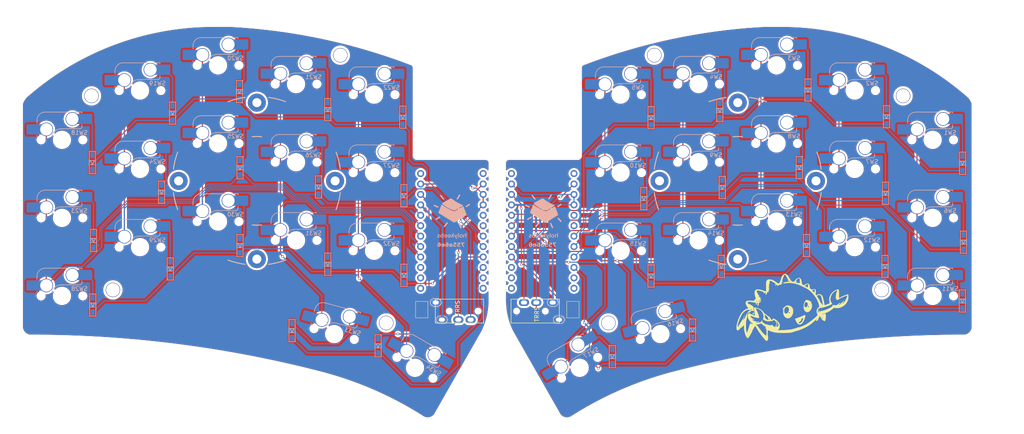
<source format=kicad_pcb>
(kicad_pcb (version 20240108) (generator "pcbnew") (generator_version "8.0")
  (title_block (title "sweeq mx") (date "2023-09-06") (rev ".2") (company "idank"))
  (layers (0 "F.Cu" signal) (31 "B.Cu" signal) (34 "B.Paste" user) (35 "F.Paste" user) (36 "B.SilkS" user "B.Silkscreen") (37 "F.SilkS" user "F.Silkscreen") (38 "B.Mask" user) (39 "F.Mask" user) (44 "Edge.Cuts" user))
  (net 0 "")
  (net 1 "row0")
  (net 2 "row1")
  (net 3 "Net-(D1-A)")
  (net 4 "row2")
  (net 5 "Net-(D2-A)")
  (net 6 "row3")
  (net 7 "Net-(D3-A)")
  (net 8 "Net-(D4-A)")
  (net 9 "Net-(D5-A)")
  (net 10 "row0_l")
  (net 11 "Net-(D6-A)")
  (net 12 "Net-(D7-A)")
  (net 13 "Net-(D8-A)")
  (net 14 "Net-(D9-A)")
  (net 15 "Net-(D10-A)")
  (net 16 "Net-(D11-A)")
  (net 17 "row1_l")
  (net 18 "Net-(D12-A)")
  (net 19 "Net-(D13-A)")
  (net 20 "Net-(D14-A)")
  (net 21 "Net-(D15-A)")
  (net 22 "Net-(D16-A)")
  (net 23 "GND")
  (net 24 "VCC")
  (net 25 "col0")
  (net 26 "col1")
  (net 27 "col2")
  (net 28 "col3")
  (net 29 "col4")
  (net 30 "Net-(D17-A)")
  (net 31 "data")
  (net 32 "reset")
  (net 33 "row2_l")
  (net 34 "Net-(D18-A)")
  (net 35 "Net-(D19-A)")
  (net 36 "Net-(D20-A)")
  (net 37 "Net-(D21-A)")
  (net 38 "Net-(D22-A)")
  (net 39 "Net-(D23-A)")
  (net 40 "Net-(D24-A)")
  (net 41 "Net-(D25-A)")
  (net 42 "Net-(D26-A)")
  (net 43 "Net-(D27-A)")
  (net 44 "Net-(D28-A)")
  (net 45 "Net-(D29-A)")
  (net 46 "row3_l")
  (net 47 "Net-(D30-A)")
  (net 48 "Net-(D31-A)")
  (net 49 "Net-(D32-A)")
  (net 50 "Net-(D33-A)")
  (net 51 "Net-(D34-A)")
  (net 54 "data_l")
  (net 55 "reset_l")
  (net 56 "col0_l")
  (net 57 "col1_l")
  (net 58 "col2_l")
  (net 59 "col3_l")
  (net 60 "col4_l")
  (net 79 "VCC_l")
  (net 80 "GND_l")
  (footprint "holykeebs:footprint (4)" (layer "F.Cu") (at 211.449233 94.075962)
    (property "Reference" "G***" (hide yes))
    (property "Value" "LOGO" (hide yes))
  )
  (footprint "holykeebs:M2_SPACER" (layer "F.Cu") (at 101.66177 32.560305)
    (property "Reference" "Mounting 01" (hide yes))
    (property "Value" "M2_SPACER" (hide yes))
  )
  (footprint "kbd:MJ-4PP-9_1side" (layer "F.Cu") (at 143.079233 94.875962 90)
    (property "Reference" "J1")
    (property "Value" "MJ-4PP-9" (hide yes))
  )
  (footprint "holykeebs:M2_SPACER" (layer "F.Cu") (at 46.28977 89.710305)
    (property "Reference" "Mounting 03" (hide yes))
    (property "Value" "M2_SPACER" (hide yes))
  )
  (footprint "kbd:Tenting_Puck2" (layer "F.Cu") (at 198.42977 63.167305)
    (property "Reference" "REF**")
    (property "Value" "Tenting Puck")
  )
  (footprint "holykeebs:M2_SPACER" (layer "F.Cu") (at 238.68877 42.466305)
    (property "Reference" "Mounting 04" (hide yes))
    (property "Value" "M2_SPACER" (hide yes))
  )
  (footprint "holykeebs:RSW_2PIN_SMD" (layer "F.Cu") (at 121.48154 94.51 -90)
    (property "Reference" "RSW2" (hide yes))
    (property "Value" "SW_PUSH" (hide yes))
  )
  (footprint "holykeebs:M2_SPACER" (layer "F.Cu") (at 178.10977 32.560305)
    (property "Reference" "Mounting 01" (hide yes))
    (property "Value" "M2_SPACER" (hide yes))
  )
  (footprint "holykeebs:M2_SPACER" (layer "F.Cu") (at 166.94154 97.76)
    (property "Reference" "Mounting 02" (hide yes))
    (property "Value" "M2_SPACER" (hide yes))
  )
  (footprint "kbd:Tenting_Puck2" (layer "F.Cu") (at 81.34177 63.167305)
    (property "Reference" "REF**")
    (property "Value" "Tenting Puck")
  )
  (footprint "holykeebs:ProMicro_1mm_holes" (layer "F.Cu") (at 150.943028 75.861452)
    (property "Reference" "U1" (hide yes))
    (property "Value" "ProMicro" (hide yes))
  )
  (footprint "holykeebs:M2_SPACER" (layer "F.Cu") (at 112.83 97.76)
    (property "Reference" "Mounting 02" (hide yes))
    (property "Value" "M2_SPACER" (hide yes))
  )
  (footprint "kbd:MJ-4PP-9_1side" (layer "F.Cu") (at 136.688512 94.871452 -90)
    (property "Reference" "J2")
    (property "Value" "MJ-4PP-9" (hide yes))
  )
  (footprint "holykeebs:RSW_2PIN_SMD" (layer "F.Cu") (at 158.29 94.51 -90)
    (property "Reference" "RSW1" (hide yes))
    (property "Value" "SW_PUSH" (hide yes))
  )
  (footprint "holykeebs:M2_SPACER" (layer "F.Cu") (at 41.08277 42.466305)
    (property "Reference" "Mounting 04" (hide yes))
    (property "Value" "M2_SPACER" (hide yes))
  )
  (footprint "holykeebs:footprint (4)" (layer "F.Cu") (at 211.449233 94.075962)
    (property "Reference" "G***")
    (property "Value" "LOGO" (hide yes))
  )
  (footprint "holykeebs:ProMicro_1mm_holes" (layer "F.Cu") (at 128.828512 75.861452)
    (property "Reference" "U2" (hide yes))
    (property "Value" "ProMicro" (hide yes))
  )
  (footprint "holykeebs:M2_SPACER" (layer "F.Cu") (at 233.48177 89.710305)
    (property "Reference" "Mounting 03" (hide yes))
    (property "Value" "M2_SPACER" (hide yes))
  )
  (footprint "kbd:D3_SMD_v2" (layer "B.Cu") (at 58.13777 65.914305 90)
    (property "Reference" "D24" (hide yes))
    (property "Value" "D" (hide yes))
  )
  (footprint "PCM_marbastlib-mx:SW_MX_HS_CPG151101S11_1u" (layer "B.Cu") (at 207.88577 73.068305 180)
    (property "Reference" "SW13")
    (property "Value" "SW_PUSH")
  )
  (footprint "kbd:D3_SMD_v2" (layer "B.Cu") (at 98.60777 45.824305 90)
    (property "Reference" "D21" (hide yes))
    (property "Value" "D" (hide yes))
  )
  (footprint "kbd:D3_SMD_v2" (layer "B.Cu") (at 167.89 105.96 90)
    (property "Reference" "D17" (hide yes))
    (property "Value" "D" (hide yes))
  )
  (footprint "PCM_marbastlib-mx:SW_MX_HS_CPG151101S11_1u" (layer "B.Cu") (at 188.88577 77.640305 180)
    (property "Reference" "SW14")
    (property "Value" "SW_PUSH")
  )
  (footprint "kbd:D3_SMD_v2" (layer "B.Cu") (at 117.14777 86.154305 90)
    (property "Reference" "D32" (hide yes))
    (property "Value" "D" (hide yes))
  )
  (footprint "PCM_marbastlib-mx:SW_MX_HS_CPG151101S11_1u" (layer "B.Cu") (at 226.88577 41.172305 180)
    (property "Reference" "SW2")
    (property "Value" "SW_PUSH")
  )
  (footprint "kbd:D3_SMD_v2" (layer "B.Cu") (at 41.57777 77.664305 90)
    (property "Reference" "D23" (hide yes))
    (property "Value" "D" (hide yes))
  )
  (footprint "PCM_marbastlib-mx:SW_MX_HS_CPG151101S11_1u" (layer "B.Cu") (at 52.89377 79.296305 180)
    (property "Reference" "SW29")
    (property "Value" "SW_PUSH")
  )
  (footprint "kbd:D3_SMD_v2" (layer "B.Cu") (at 215.529233 41.055962 90)
    (property "Reference" "D3" (hide yes))
    (property "Value" "D" (hide yes))
  )
  (footprint "kbd:D3_SMD_v2" (layer "B.Cu") (at 98.60777 83.464305 90)
    (property "Reference" "D31" (hide yes))
    (property "Value" "D" (hide yes))
  )
  (footprint "PCM_marbastlib-mx:SW_MX_HS_CPG151101S11_1u" (layer "B.Cu") (at 119.83577 108.676305 150)
    (property "Reference" "SW34")
    (property "Value" "SW_PUSH")
  )
  (footprint "kbd:D3_SMD_v2" (layer "B.Cu") (at 177.319233 86.335962 90)
    (property "Reference" "D15" (hide yes))
    (property "Value" "D" (hide yes))
  )
  (footprint "kbd:D3_SMD_v2" (layer "B.Cu") (at 41.28777 58.704305 90)
    (property "Reference" "D18" (hide yes))
    (property "Value" "D" (hide yes))
  )
  (footprint "kbd:D3_SMD_v2" (layer "B.Cu") (at 77.23777 78.934305 90)
    (property "Reference" "D30" (hide yes))
    (property "Value" "D" (hide yes))
  )
  (footprint "PCM_marbastlib-mx:SW_MX_HS_CPG151101S11_1u" (layer "B.Cu") (at 52.88577 60.246305 180)
    (property "Reference" "SW24")
    (property "Value" "SW_PUSH")
  )
  (footprint "PCM_marbastlib-mx:SW_MX_HS_CPG151101S11_1u" (layer "B.Cu") (at 245.88577 72.172305 180)
    (property "Reference" "SW6")
    (property "Value" "SW_PUSH")
  )
  (footprint "holykeebs:logo .5x" (layer "B.Cu") (at 151.103316 71.454076 180)
    (property "Reference" "REF**" (hide yes))
    (property "Value" "logo big" (hide yes))
  )
  (footprint "PCM_marbastlib-mx:SW_MX_HS_CPG151101S11_1u" (layer "B.Cu") (at 100.15777 100.460305 165)
    (property "Reference" "SW33")
    (property "Value" "SW_PUSH")
  )
  (footprint "kbd:D3_SMD_v2" (layer "B.Cu") (at 116.86777 47.664305 90)
    (property "Reference" "D22" (hide yes))
    (property "Value" "D" (hide yes))
  )
  (footprint "kbd:D3_SMD_v2" (layer "B.Cu") (at 175.549233 67.465962 90)
    (property "Reference" "D10" (hide yes))
    (property "Value" "D" (hide yes))
  )
  (footprint "PCM_marbastlib-mx:SW_MX_HS_CPG151101S11_1u" (layer "B.Cu") (at 159.93577 108.676305 -150)
    (property "Reference" "SW17")
    (property "Value" "SW_PUSH")
  )
  (footprint "kbd:D3_SMD_v2" (layer "B.Cu") (at 215.169233 78.905962 90)
    (property "Reference" "D13" (hide yes))
    (property "Value" "D" (hide yes))
  )
  (footprint "PCM_marbastlib-mx:SW_MX_HS_CPG151101S11_1u" (layer "B.Cu") (at 71.88577 35.032305 180)
    (property "Reference" "SW20")
    (property "Value" "SW_PUSH")
  )
  (footprint "kbd:D3_SMD_v2" (layer "B.Cu") (at 234.279233 83.985962 90)
    (property "Reference" "D12" (hide yes))
    (property "Value" "D" (hide yes))
  )
  (footprint "kbd:D3_SMD_v2" (layer "B.Cu") (at 41.39 93.39 90)
    (property "Reference" "D28" (hide yes))
    (property "Value" "D" (hide yes))
  )
  (footprint "PCM_marbastlib-mx:SW_MX_HS_CPG151101S11_1u" (layer "B.Cu") (at 52.88577 41.172305 180)
    (property "Reference" "SW19")
    (property "Value" "SW_PUSH")
  )
  (footprint "kbd:D3_SMD_v2" (layer "B.Cu") (at 60.81777 46.674305 90)
    (property "Reference" "D19" (hide yes))
    (property "Value" "D" (hide yes))
  )
  (footprint "kbd:D3_SMD_v2" (layer "B.Cu") (at 194.649233 64.755962 90)
    (property "Reference" "D9" (hide yes))
    (property "Value" "D" (hide yes))
  )
  (footprint "PCM_marbastlib-mx:SW_MX_HS_CPG151101S11_1u" (layer "B.Cu") (at 179.61377 100.460305 -165)
    (property "Reference" "SW16")
    (property "Value" "SW_PUSH")
  )
  (footprint "kbd:D3_SMD_v2" (layer "B.Cu") (at 194.059233 46.005962 90)
    (property "Reference" "D4" (hide yes))
    (property "Value" "D" (hide yes))
  )
  (footprint "kbd:D3_SMD_v2" (layer "B.Cu") (at 234.629233 47.535962 90)
    (property "Reference" "D2" (hide yes))
    (property "Value" "D" (hide yes))
  )
  (footprint "kbd:D3_SMD_v2" (layer "B.Cu") (at 234.399233 66.175962 90)
    (property "Reference" "D7" (hide yes))
    (property "Value" "D" (hide yes))
  )
  (footprint "kbd:D3_SMD_v2" (layer "B.Cu") (at 187.41 99.47 90)
    (property "Reference" "D16" (hide yes))
    (property "Value" "D" (hide yes))
  )
  (footprint "kbd:D3_SMD_v2" (layer "B.Cu") (at 110.87 103.32 90)
    (property "Reference" "D34" (hide yes))
    (property "Value" "D" (hide yes))
  )
  (footprint "PCM_marbastlib-mx:SW_MX_HS_CPG151101S11_1u" (layer "B.Cu") (at 226.88577 60.246305 180)
    (property "Reference" "SW7")
    (property "Value" "SW_PUSH")
  )
  (footprint "PCM_marbastlib-mx:SW_MX_HS_CPG151101S11_1u" (layer "B.Cu") (at 90.88577 58.622305 180)
    (property "Reference" "SW26")
    (property "Value" "SW_PUSH")
  )
  (footprint "PCM_marbastlib-mx:SW_MX_HS_CPG151101S11_1u" (layer "B.Cu") (at 33.88577 72.172305 180)
    (property "Reference" "SW23")
    (property "Value" "SW_PUSH")
  )
  (footprint "PCM_marbastlib-mx:SW_MX_HS_CPG151101S11_1u" (layer "B.Cu") (at 33.88577 91.172305 180)
    (property "Reference" "SW28")
    (property "Value" "SW_PUSH")
  )
  (footprint "kbd:D3_SMD_v2" (layer "B.Cu") (at 77.09777 41.434305 90)
    (property "Reference" "D20" (hide yes))
    (property "Value" "D" (hide yes))
  )
  (footprint "PCM_marbastlib-mx:SW_MX_HS_CPG151101S11_1u" (layer "B.Cu") (at 33.88577 53.172305 180)
    (property "Reference" "SW18")
    (property "Value" "SW_PUSH")
  )
  (footprint "PCM_marbastlib-mx:SW_MX_HS_CPG151101S11_1u" (layer "B.Cu") (at 188.88577 58.622305 180)
    (property "Reference" "SW9")
    (property "Value" "SW_PUSH")
  )
  (footprint "kbd:D3_SMD_v2" (layer "B.Cu") (at 60.25777 84.604305 90)
    (property "Reference" "D29" (hide yes))
    (property "Value" "D" (hide yes))
  )
  (footprint "PCM_marbastlib-mx:SW_MX_HS_CPG151101S11_1u" (layer "B.Cu") (at 169.88577 42.172305 180)
    (property "Reference" "SW5")
    (property "Value" "SW_PUSH")
  )
  (footprint "PCM_marbastlib-mx:SW_MX_HS_CPG151101S11_1u" (layer "B.Cu") (at 109.86577 80.180305 180)
    (property "Reference" "SW32")
    (property "Value" "SW_PUSH")
  )
  (footprint "PCM_marbastlib-mx:SW_MX_HS_CPG151101S11_1u" (layer "B.Cu") (at 71.88577 73.068305 180)
    (property "Reference" "SW30")
    (property "Value" "SW_PUSH")
  )
  (footprint "PCM_marbastlib-mx:SW_MX_HS_CPG151101S11_1u" (layer "B.Cu") (at 245.88577 91.172305 180)
    (property "Reference" "SW11")
    (property "Value" "SW_PUSH")
  )
  (footprint "PCM_marbastlib-mx:SW_MX_HS_CPG151101S11_1u" (layer "B.Cu") (at 90.88577 77.640305 180)
    (property "Reference" "SW31")
    (property "Value" "SW_PUSH")
  )
  (footprint "kbd:D3_SMD_v2" (layer "B.Cu") (at 194.419233 83.985962 90)
    (property "Reference" "D14" (hide yes))
    (property "Value" "D" (hide yes))
  )
  (footprint "kbd:D3_SMD_v2" (layer "B.Cu") (at 213.399233 59.925962 90)
    (property "Reference" "D8" (hide yes))
    (property "Value" "D" (hide yes))
  )
  (footprint "holykeebs:logo .5x" (layer "B.Cu") (at 128.803316 71.454076 180)
    (property "Reference" "REF**" (hide yes))
    (property "Value" "logo big" (hide yes))
  )
  (footprint "kbd:D3_SMD_v2" (layer "B.Cu") (at 89.92 99.62 90)
    (property "Reference" "D33" (hide yes))
    (property "Value" "D" (hide yes))
  )
  (footprint "PCM_marbastlib-mx:SW_MX_HS_CPG151101S11_1u" (layer "B.Cu") (at 245.88577 53.172305 180)
    (property "Reference" "SW1")
    (property "Value" "SW_PUSH")
  )
  (footprint "PCM_marbastlib-mx:SW_MX_HS_CPG151101S11_1u" (layer "B.Cu") (at 188.89177 39.604305 180)
    (property "Reference" "SW4")
    (property "Value" "SW_PUSH")
  )
  (footprint "PCM_marbastlib-mx:SW_MX_HS_CPG151101S11_1u" (layer "B.Cu") (at 169.90577 61.162305 180)
    (property "Reference" "SW10")
    (property "Value" "SW_PUSH")
  )
  (footprint "PCM_marbastlib-mx:SW_MX_HS_CPG151101S11_1u" (layer "B.Cu") (at 207.88577 54.050305 180)
    (property "Reference" "SW8")
    (property "Value" "SW_PUSH")
  )
  (footprint "PCM_marbastlib-mx:SW_MX_HS_CPG151101S11_1u" (layer "B.Cu") (at 169.90577 80.180305 180)
    (property "Reference" "SW15")
    (property "Value" "SW_PUSH")
  )
  (footprint "kbd:D3_SMD_v2" (layer "B.Cu") (at 77.23777 59.974305 90)
    (property "Reference" "D25" (hide yes))
    (property "Value" "D" (hide yes))
  )
  (footprint "PCM_marbastlib-mx:SW_MX_HS_CPG151101S11_1u" (layer "B.Cu") (at 90.87977 39.604305 180)
    (property "Reference" "SW21")
    (property "Value" "SW_PUSH")
  )
  (footprint "PCM_marbastlib-mx:SW_MX_HS_CPG151101S11_1u" (layer "B.Cu") (at 226.87777 79.296305 180)
    (property "Reference" "SW12")
    (property "Value" "SW_PUSH")
  )
  (footprint "kbd:D3_SMD_v2" (layer "B.Cu") (at 253.379233 78.085962 90)
    (property "Reference" "D6" (hide yes))
    (property "Value" "D" (hide yes))
  )
  (footprint "kbd:D3_SMD_v2" (layer "B.Cu") (at 253.1 92.41 90)
    (property "Reference" "D11" (hide yes))
    (property "Value" "D" (hide yes))
  )
  (footprint "PCM_marbastlib-mx:SW_MX_HS_CPG151101S11_1u" (layer "B.Cu") (at 109.86577 61.162305 180)
    (property "Reference" "SW27")
    (property "Value" "SW_PUSH")
  )
  (footprint "PCM_marbastlib-mx:SW_MX_HS_CPG151101S11_1u" (layer "B.Cu") (at 207.88577 35.032305 180)
    (property "Reference" "SW3")
    (property "Value" "SW_PUSH")
  )
  (footprint "kbd:D3_SMD_v2" (layer "B.Cu") (at 253.149233 58.865962 90)
    (property "Reference" "D1" (hide yes))
    (property "Value" "D" (hide yes))
  )
  (footprint "PCM_marbastlib-mx:SW_MX_HS_CPG151101S11_1u" (layer "B.Cu") (at 71.88577 54.050305 180)
    (property "Reference" "SW25")
    (property "Value" "SW_PUSH")
  )
  (footprint "kbd:D3_SMD_v2" (layer "B.Cu") (at 177.319233 47.775962 90)
    (property "Reference" "D5" (hide yes))
    (property "Value" "D" (hide yes))
  )
  (footprint "kbd:D3_SMD_v2" (layer "B.Cu") (at 117.14777 66.764305 90)
    (property "Reference" "D27" (hide yes))
    (property "Value" "D" (hide yes))
  )
  (footprint "PCM_marbastlib-mx:SW_MX_HS_CPG151101S11_1u" (layer "B.Cu") (at 109.88577 42.172305 180)
    (property "Reference" "SW22")
    (property "Value" "SW_PUSH")
  )
  (footprint "kbd:D3_SMD_v2" (layer "B.Cu") (at 96.34777 64.644305 90)
    (property "Reference" "D26" (hide yes))
    (property "Value" "D" (hide yes))
  )
  (gr_arc (start 25.77877 42.395305) (mid 46.756475 29.965102) (end 70.75377 25.640305) (stroke (width 0.05)) (layer "Edge.Cuts"))
  (gr_line (start 255.427769 98.715304) (end 255.419911 44.409625) (stroke (width 0.05)) (layer "Edge.Cuts"))
  (gr_arc (start 255.427769 98.715304) (mid 254.805236 100.097021) (end 253.392768 100.646222) (stroke (width 0.05)) (layer "Edge.Cuts"))
  (gr_arc (start 157.90777 120.470305) (mid 156.416776 120.74128) (end 155.17577 119.87157) (stroke (width 0.05)) (layer "Edge.Cuts"))
  (gr_arc (start 124.59577 119.87157) (mid 123.354773 120.741278) (end 121.86377 120.470305) (stroke (width 0.05)) (layer "Edge.Cuts"))
  (gr_line (start 136.047449 99.785962) (end 124.59577 119.87157) (stroke (width 0.05)) (layer "Edge.Cuts"))
  (gr_line (start 26.65377 100.646876) (end 26.378772 100.646222) (stroke (width 0.05)) (layer "Edge.Cuts"))
  (gr_line (start 141.97377 89.900805) (end 141.97377 58.788305) (stroke (width 0.05)) (layer "Edge.Cuts"))
  (gr_line (start 142.72377 58.038305) (end 159.42777 58.041222) (stroke (width 0.05)) (layer "Edge.Cuts"))
  (gr_line (start 141.96177 92.420305) (end 141.97377 89.900805) (stroke (width 0.05)) (layer "Edge.Cuts"))
  (gr_arc (start 24.351629 44.409625) (mid 24.908512 43.291452) (end 25.77877 42.395305) (stroke (width 0.05)) (layer "Edge.Cuts"))
  (gr_line (start 74.728997 25.635809) (end 70.75377 25.640305) (stroke (width 0.05)) (layer "Edge.Cuts"))
  (gr_line (start 137.79777 89.900805) (end 137.80977 92.420305) (stroke (width 0.05)) (layer "Edge.Cuts"))
  (gr_line (start 253.392768 100.646222) (end 253.11777 100.646876) (stroke (width 0.05)) (layer "Edge.Cuts"))
  (gr_line (start 119.34377 57.041222) (end 119.34877 35.645305) (stroke (width 0.05)) (layer "Edge.Cuts"))
  (gr_line (start 24.351629 44.409625) (end 24.343771 98.715304) (stroke (width 0.05)) (layer "Edge.Cuts"))
  (gr_arc (start 143.724091 99.785962) (mid 142.42294 96.203621) (end 141.96177 92.420305) (stroke (width 0.05)) (layer "Edge.Cuts"))
  (gr_arc (start 74.728997 25.635809) (mid 97.189415 28.557756) (end 118.914015 34.964775) (stroke (width 0.05)) (layer "Edge.Cuts"))
  (gr_arc (start 26.378772 100.646222) (mid 24.966304 100.097021) (end 24.343771 98.715304) (stroke (width 0.05)) (layer "Edge.Cuts"))
  (gr_arc (start 141.97377 58.788305) (mid 142.19341 58.257947) (end 142.72377 58.038305) (stroke (width 0.05)) (layer "Edge.Cuts"))
  (gr_arc (start 137.04777 58.038305) (mid 137.578144 58.257957) (end 137.79777 58.788305) (stroke (width 0.05)) (layer "Edge.Cuts"))
  (gr_line (start 155.17577 119.87157) (end 143.724091 99.785962) (stroke (width 0.05)) (layer "Edge.Cuts"))
  (gr_line (start 209.01777 25.640305) (end 205.042543 25.635809) (stroke (width 0.05)) (layer "Edge.Cuts"))
  (gr_arc (start 26.65377 100.646876) (mid 61.948646 102.900665) (end 96.683477 109.556442) (stroke (width 0.05)) (layer "Edge.Cuts"))
  (gr_arc (start 157.90777 120.470305) (mid 170.064548 114.013512) (end 183.088063 109.556442) (stroke (width 0.05)) (layer "Edge.Cuts"))
  (gr_arc (start 160.42777 57.041222) (mid 160.1349 57.748352) (end 159.42777 58.041222) (stroke (width 0.05)) (layer "Edge.Cuts"))
  (gr_line (start 160.42277 35.645305) (end 160.42777 57.041222) (stroke (width 0.05)) (layer "Edge.Cuts"))
  (gr_line (start 120.34377 58.041222) (end 137.04777 58.038305) (stroke (width 0.05)) (layer "Edge.Cuts"))
  (gr_line (start 137.79777 58.788305) (end 137.79777 89.900805) (stroke (width 0.05)) (layer "Edge.Cuts"))
  (gr_arc (start 137.80977 92.420305) (mid 137.3486 96.203621) (end 136.047449 99.785962) (stroke (width 0.05)) (layer "Edge.Cuts"))
  (gr_arc (start 209.01777 25.640305) (mid 233.015065 29.965102) (end 253.99277 42.395305) (stroke (width 0.05)) (layer "Edge.Cuts"))
  (gr_arc (start 160.857525 34.964775) (mid 182.582125 28.557756) (end 205.042543 25.635809) (stroke (width 0.05)) (layer "Edge.Cuts"))
  (gr_arc (start 183.088063 109.556442) (mid 217.822894 102.900665) (end 253.11777 100.646876) (stroke (width 0.05)) (layer "Edge.Cuts"))
  (gr_arc (start 253.99277 42.395305) (mid 254.863028 43.291452) (end 255.419911 44.409625) (stroke (width 0.05)) (layer "Edge.Cuts"))
  (gr_arc (start 120.34377 58.041222) (mid 119.636636 57.748347) (end 119.34377 57.041222) (stroke (width 0.05)) (layer "Edge.Cuts"))
  (gr_arc (start 96.683477 109.556442) (mid 109.706992 114.013512) (end 121.86377 120.470305) (stroke (width 0.05)) (layer "Edge.Cuts"))
  (gr_arc (start 118.914015 34.964775) (mid 119.230839 35.241521) (end 119.34877 35.645305) (stroke (width 0.05)) (layer "Edge.Cuts"))
  (gr_arc (start 160.42277 35.645305) (mid 160.540706 35.241512) (end 160.857525 34.964775) (stroke (width 0.05)) (layer "Edge.Cuts"))
  (gr_text "755a6e6" (at 128.603316 78.774076 0) (layer "B.SilkS") (effects (font (size 1 1) (thickness 0.2) (bold yes)) (justify mirror)))
  (gr_text "755a6e6" (at 150.903316 78.774076 0) (layer "B.SilkS") (effects (font (size 1 1) (thickness 0.2) (bold yes)) (justify mirror)))
  (segment (start 204.23 43.34) (end 215.020195 43.34) (width 0.25) (layer "B.Cu") (net 1))
  (segment (start 177.319233 49.550962) (end 192.289233 49.550962) (width 0.25) (layer "B.Cu") (net 1))
  (segment (start 158.554428 76.623452) (end 160.94577 74.23211) (width 0.25) (layer "B.Cu") (net 1))
  (segment (start 234.629233 50.260962) (end 245.009233 60.640962) (width 0.25) (layer "B.Cu") (net 1))
  (segment (start 234.629233 49.310962) (end 234.629233 50.260962) (width 0.25) (layer "B.Cu") (net 1))
  (segment (start 160.94577 56.96423) (end 168.359038 49.550962) (width 0.25) (layer "B.Cu") (net 1))
  (segment (start 215.529233 42.830962) (end 222.009233 49.310962) (width 0.25) (layer "B.Cu") (net 1))
  (segment (start 222.009233 49.310962) (end 234.629233 49.310962) (width 0.25) (layer "B.Cu") (net 1))
  (segment (start 160.94577 74.23211) (end 160.94577 56.96423) (width 0.25) (layer "B.Cu") (net 1))
  (segment (start 194.059233 47.780962) (end 194.150195 47.69) (width 0.25) (layer "B.Cu") (net 1))
  (segment (start 199.88 47.69) (end 204.23 43.34) (width 0.25) (layer "B.Cu") (net 1))
  (segment (start 168.359038 49.550962) (end 177.319233 49.550962) (width 0.25) (layer "B.Cu") (net 1))
  (segment (start 245.009233 60.640962) (end 253.149233 60.640962) (width 0.25) (layer "B.Cu") (net 1))
  (segment (start 215.020195 43.34) (end 215.529233 42.830962) (width 0.25) (layer "B.Cu") (net 1))
  (segment (start 194.150195 47.69) (end 199.88 47.69) (width 0.25) (layer "B.Cu") (net 1))
  (segment (start 192.289233 49.550962) (end 194.059233 47.780962) (width 0.25) (layer "B.Cu") (net 1))
  (segment (start 213.399233 61.700962) (end 199.479233 61.700962) (width 0.25) (layer "B.Cu") (net 2))
  (segment (start 234.399233 67.950962) (end 218.692537 67.950962) (width 0.25) (layer "B.Cu") (net 2))
  (segment (start 194.649233 66.530962) (end 178.259233 66.530962) (width 0.25) (layer "B.Cu") (net 2))
  (segment (start 253.379233 79.860962) (end 245.359233 79.860962) (width 0.25) (layer "B.Cu") (net 2))
  (segment (start 178.259233 66.530962) (end 175.549233 69.240962) (width 0.25) (layer "B.Cu") (net 2))
  (segment (start 199.479233 61.700962) (end 194.649233 66.530962) (width 0.25) (layer "B.Cu") (net 2))
  (segment (start 158.554428 79.163452) (end 159.89 77.82788) (width 0.25) (layer "B.Cu") (net 2))
  (segment (start 234.399233 68.900962) (end 234.399233 67.950962) (width 0.25) (layer "B.Cu") (net 2))
  (segment (start 159.89 75.924276) (end 161.39577 74.418506) (width 0.25) (layer "B.Cu") (net 2))
  (segment (start 245.359233 79.860962) (end 234.399233 68.900962) (width 0.25) (layer "B.Cu") (net 2))
  (segment (start 164.179038 69.240962) (end 175.549233 69.240962) (width 0.25) (layer "B.Cu") (net 2))
  (segment (start 161.39577 74.418506) (end 161.39577 72.02423) (width 0.25) (layer "B.Cu") (net 2))
  (segment (start 218.692537 67.950962) (end 213.399233 62.657658) (width 0.25) (layer "B.Cu") (net 2))
  (segment (start 213.399233 62.657658) (end 213.399233 61.700962) (width 0.25) (layer "B.Cu") (net 2))
  (segment (start 159.89 77.82788) (end 159.89 75.924276) (width 0.25) (layer "B.Cu") (net 2))
  (segment (start 161.39577 72.02423) (end 164.179038 69.240962) (width 0.25) (layer "B.Cu") (net 2))
  (segment (start 253.149233 49.265768) (end 251.97577 48.092305) (width 0.25) (layer "B.Cu") (net 3))
  (segment (start 253.149233 57.090962) (end 253.149233 49.265768) (width 0.25) (layer "B.Cu") (net 3))
  (segment (start 158.554428 81.703452) (end 160.34 79.91788) (width 0.25) (layer "B.Cu") (net 4))
  (segment (start 220.249233 85.760962) (end 234.279233 85.760962) (width 0.25) (layer "B.Cu") (net 4))
  (segment (start 194.419233 85.760962) (end 210.089233 85.760962) (width 0.25) (layer "B.Cu") (net 4))
  (segment (start 168.740901 75.665305) (end 173.74 80.664404) (width 0.25) (layer "B.Cu") (net 4))
  (segment (start 210.089233 85.760962) (end 215.169233 80.680962) (width 0.25) (layer "B.Cu") (net 4))
  (segment (start 160.34 76.156396) (end 160.831091 75.665305) (width 0.25) (layer "B.Cu") (net 4))
  (segment (start 192.069233 88.110962) (end 194.419233 85.760962) (width 0.25) (layer "B.Cu") (net 4))
  (segment (start 236.92577 90.15577) (end 240.955 94.185) (width 0.25) (layer "B.Cu") (net 4))
  (segment (start 173.74 80.664404) (end 173.74 84.531729) (width 0.25) (layer "B.Cu") (net 4))
  (segment (start 173.74 84.531729) (end 177.319233 88.110962) (width 0.25) (layer "B.Cu") (net 4))
  (segment (start 177.319233 88.110962) (end 192.069233 88.110962) (width 0.25) (layer "B.Cu") (net 4))
  (segment (start 160.34 79.91788) (end 160.34 76.156396) (width 0.25) (layer "B.Cu") (net 4))
  (segment (start 253.1 94.185) (end 253.149233 94.234233) (width 0.25) (layer "B.Cu") (net 4))
  (segment (start 236.92577 88.407499) (end 236.92577 90.15577) (width 0.25) (layer "B.Cu") (net 4))
  (segment (start 160.831091 75.665305) (end 168.740901 75.665305) (width 0.25) (layer "B.Cu") (net 4))
  (segment (start 215.169233 80.680962) (end 220.249233 85.760962) (width 0.25) (layer "B.Cu") (net 4))
  (segment (start 234.279233 85.760962) (end 236.92577 88.407499) (width 0.25) (layer "B.Cu") (net 4))
  (segment (start 240.955 94.185) (end 253.1 94.185) (width 0.25) (layer "B.Cu") (net 4))
  (segment (start 234.629233 45.760962) (end 234.629233 37.745768) (width 0.25) (layer "B.Cu") (net 5))
  (segment (start 234.629233 37.745768) (end 232.97577 36.092305) (width 0.25) (layer "B.Cu") (net 5))
  (segment (start 162.30467 98.99467) (end 161.05 97.74) (width 0.25) (layer "F.Cu") (net 6))
  (segment (start 162.30467 106.64467) (end 162.30467 98.99467) (width 0.25) (layer "F.Cu") (net 6))
  (segment (start 164.47 108.81) (end 162.30467 106.64467) (width 0.25) (layer "F.Cu") (net 6))
  (via (at 161.05 97.74) (size 0.6) (drill 0.4) (layers "F.Cu" "B.Cu") (net 6))
  (via (at 164.47 108.81) (size 0.6) (drill 0.4) (layers "F.Cu" "B.Cu") (net 6))
  (segment (start 158.554428 84.243452) (end 161.05 86.739024) (width 0.25) (layer "B.Cu") (net 6))
  (segment (start 164.47 108.81) (end 165.545 107.735) (width 0.25) (layer "B.Cu") (net 6))
  (segment (start 180.92 107.735) (end 167.89 107.735) (width 0.25) (layer "B.Cu") (net 6))
  (segment (start 165.545 107.735) (end 167.89 107.735) (width 0.25) (layer "B.Cu") (net 6))
  (segment (start 161.05 86.739024) (end 161.05 97.74) (width 0.25) (layer "B.Cu") (net 6))
  (segment (start 187.41 101.245) (end 180.92 107.735) (width 0.25) (layer "B.Cu") (net 6))
  (segment (start 215.529233 31.505768) (end 213.97577 29.952305) (width 0.25) (layer "B.Cu") (net 7))
  (segment (start 215.529233 39.280962) (end 215.529233 31.505768) (width 0.25) (layer "B.Cu") (net 7))
  (segment (start 194.059233 44.230962) (end 195.22177 43.068425) (width 0.25) (layer "B.Cu") (net 8))
  (segment (start 195.22177 34.764305) (end 194.98177 34.524305) (width 0.25) (layer "B.Cu") (net 8))
  (segment (start 195.22177 43.068425) (end 195.22177 34.764305) (width 0.25) (layer "B.Cu") (net 8))
  (segment (start 177.319233 46.000962) (end 177.319233 38.435768) (width 0.25) (layer "B.Cu") (net 9))
  (segment (start 177.319233 38.435768) (end 175.97577 37.092305) (width 0.25) (layer "B.Cu") (net 9))
  (segment (start 118.44 51.011535) (end 118.44 58.05) (width 0.25) (layer "B.Cu") (net 10))
  (segment (start 51.93767 48.449305) (end 41.28777 59.099205) (width 0.25) (layer "B.Cu") (net 10))
  (segment (start 121.68 59.08) (end 122.75 60.15) (width 0.25) (layer "B.Cu") (net 10))
  (segment (start 119.47 59.08) (end 121.68 59.08) (width 0.25) (layer "B.Cu") (net 10))
  (segment (start 60.81777 48.449305) (end 51.93767 48.449305) (width 0.25) (layer "B.Cu") (net 10))
  (segment (start 98.60777 47.599305) (end 81.25288 47.599305) (width 0.25) (layer "B.Cu") (net 10))
  (segment (start 66.05777 43.209305) (end 60.81777 48.449305) (width 0.25) (layer "B.Cu") (net 10))
  (segment (start 81.25288 47.599305) (end 77.09777 43.444195) (width 0.25) (layer "B.Cu") (net 10))
  (segment (start 41.28777 59.099205) (end 41.28777 60.479305) (width 0.25) (layer "B.Cu") (net 10))
  (segment (start 118.44 58.05) (end 119.47 59.08) (width 0.25) (layer "B.Cu") (net 10))
  (segment (start 116.86777 49.439305) (end 118.44 51.011535) (width 0.25) (layer "B.Cu") (net 10))
  (segment (start 122.75 60.15) (end 122.75 62.93354) (width 0.25) (layer "B.Cu") (net 10))
  (segment (start 100.44777 49.439305) (end 98.60777 47.599305) (width 0.25) (layer "B.Cu") (net 10))
  (segment (start 77.09777 43.444195) (end 77.09777 43.209305) (width 0.25) (layer "B.Cu") (net 10))
  (segment (start 116.86777 49.439305) (end 100.44777 49.439305) (width 0.25) (layer "B.Cu") (net 10))
  (segment (start 122.75 62.93354) (end 136.439912 76.623452) (width 0.25) (layer "B.Cu") (net 10))
  (segment (start 77.09777 43.209305) (end 66.05777 43.209305) (width 0.25) (layer "B.Cu") (net 10))
  (segment (start 253.379233 68.495768) (end 251.97577 67.092305) (width 0.25) (layer "B.Cu") (net 11))
  (segment (start 253.379233 76.310962) (end 253.379233 68.495768) (width 0.25) (layer "B.Cu") (net 11))
  (segment (start 234.399233 64.400962) (end 234.399233 56.589768) (width 0.25) (layer "B.Cu") (net 12))
  (segment (start 234.399233 56.589768) (end 232.97577 55.166305) (width 0.25) (layer "B.Cu") (net 12))
  (segment (start 214.21577 57.334425) (end 214.21577 49.210305) (width 0.25) (layer "B.Cu") (net 13))
  (segment (start 213.399233 58.150962) (end 214.21577 57.334425) (width 0.25) (layer "B.Cu") (net 13))
  (segment (start 214.21577 49.210305) (end 213.97577 48.970305) (width 0.25) (layer "B.Cu") (net 13))
  (segment (start 195.21577 62.414425) (end 195.21577 53.782305) (width 0.25) (layer "B.Cu") (net 14))
  (segment (start 194.649233 62.980962) (end 195.21577 62.414425) (width 0.25) (layer "B.Cu") (net 14))
  (segment (start 195.21577 53.782305) (end 194.97577 53.542305) (width 0.25) (layer "B.Cu") (net 14))
  (segment (start 176.23577 65.004425) (end 176.23577 56.322305) (width 0.25) (layer "B.Cu") (net 15))
  (segment (start 175.549233 65.690962) (end 176.23577 65.004425) (width 0.25) (layer "B.Cu") (net 15))
  (segment (start 176.23577 56.322305) (end 175.99577 56.082305) (width 0.25) (layer "B.Cu") (net 15))
  (segment (start 251.97577 89.51077) (end 253.1 90.635) (width 0.25) (layer "B.Cu") (net 16))
  (segment (start 253.149233 87.265768) (end 251.97577 86.092305) (width 0.25) (layer "B.Cu") (net 16))
  (segment (start 251.97577 86.092305) (end 251.97577 89.51077) (width 0.25) (layer "B.Cu") (net 16))
  (segment (start 43.09 77.29) (end 43.09 74.62) (width 0.25) (layer "B.Cu") (net 17))
  (segment (start 50.66 67.68) (end 50.669305 67.689305) (width 0.25) (layer "B.Cu") (net 17))
  (segment (start 77.23777 61.749305) (end 78.309305 61.749305) (width 0.25) (layer "B.Cu") (net 17))
  (segment (start 136.439912 79.163452) (end 134.610032 77.333572) (width 0.25) (layer "B.Cu") (net 17))
  (segment (start 65.680695 67.689305) (end 69.4 63.97) (width 0.25) (layer "B.Cu") (net 17))
  (segment (start 134.610032 75.429968) (end 124.278516 65.098452) (width 0.25) (layer "B.Cu") (net 17))
  (segment (start 41.57777 79.439305) (end 41.57777 78.80223) (width 0.25) (layer "B.Cu") (net 17))
  (segment (start 50.03 67.68) (end 50.66 67.68) (width 0.25) (layer "B.Cu") (net 17))
  (segment (start 80.53 63.97) (end 88.056396 63.97) (width 0.25) (layer "B.Cu") (net 17))
  (segment (start 88.056396 63.97) (end 90.505701 66.419305) (width 0.25) (layer "B.Cu") (net 17))
  (segment (start 69.4 63.97) (end 75.017075 63.97) (width 0.25) (layer "B.Cu") (net 17))
  (segment (start 41.57777 78.80223) (end 43.09 77.29) (width 0.25) (layer "B.Cu") (net 17))
  (segment (start 134.610032 77.333572) (end 134.610032 75.429968) (width 0.25) (layer "B.Cu") (net 17))
  (segment (start 117.067075 68.62) (end 117.14777 68.539305) (width 0.25) (layer "B.Cu") (net 17))
  (segment (start 98.548465 68.62) (end 117.067075 68.62) (width 0.25) (layer "B.Cu") (net 17))
  (segment (start 43.09 74.62) (end 50.03 67.68) (width 0.25) (layer "B.Cu") (net 17))
  (segment (start 50.669305 67.689305) (end 58.13777 67.689305) (width 0.25) (layer "B.Cu") (net 17))
  (segment (start 96.34777 66.419305) (end 98.548465 68.62) (width 0.25) (layer "B.Cu") (net 17))
  (segment (start 120.031548 65.098452) (end 117.14777 67.98223) (width 0.25) (layer "B.Cu") (net 17))
  (segment (start 90.505701 66.419305) (end 96.34777 66.419305) (width 0.25) (layer "B.Cu") (net 17))
  (segment (start 58.13777 67.689305) (end 65.680695 67.689305) (width 0.25) (layer "B.Cu") (net 17))
  (segment (start 78.309305 61.749305) (end 80.53 63.97) (width 0.25) (layer "B.Cu") (net 17))
  (segment (start 124.278516 65.098452) (end 120.031548 65.098452) (width 0.25) (layer "B.Cu") (net 17))
  (segment (start 117.14777 67.98223) (end 117.14777 68.539305) (width 0.25) (layer "B.Cu") (net 17))
  (segment (start 75.017075 63.97) (end 77.23777 61.749305) (width 0.25) (layer "B.Cu") (net 17))
  (segment (start 234.279233 82.210962) (end 234.279233 75.527768) (width 0.25) (layer "B.Cu") (net 18))
  (segment (start 234.279233 75.527768) (end 232.96777 74.216305) (width 0.25) (layer "B.Cu") (net 18))
  (segment (start 215.169233 69.181768) (end 213.97577 67.988305) (width 0.25) (layer "B.Cu") (net 19))
  (segment (start 215.169233 77.130962) (end 215.169233 69.181768) (width 0.25) (layer "B.Cu") (net 19))
  (segment (start 195.21577 72.800305) (end 194.97577 72.560305) (width 0.25) (layer "B.Cu") (net 20))
  (segment (start 194.419233 82.210962) (end 195.21577 81.414425) (width 0.25) (layer "B.Cu") (net 20))
  (segment (start 195.21577 81.414425) (end 195.21577 72.800305) (width 0.25) (layer "B.Cu") (net 20))
  (segment (start 177.319233 84.560962) (end 177.319233 76.423768) (width 0.25) (layer "B.Cu") (net 21))
  (segment (start 177.319233 76.423768) (end 175.99577 75.100305) (width 0.25) (layer "B.Cu") (net 21))
  (segment (start 184.181458 93.977194) (end 187.41 97.205736) (width 0.25) (layer "B.Cu") (net 22))
  (segment (start 187.41 97.205736) (end 187.41 97.695) (width 0.25) (layer "B.Cu") (net 22))
  (segment (start 158.29 96.95) (end 157.190962 95.850962) (width 0.25) (layer "F.Cu") (net 23))
  (segment (start 151.175375 95.850962) (end 149.379233 94.05482) (width 0.25) (layer "F.Cu") (net 23))
  (segment (start 149.379233 94.05482) (end 149.379233 92.775962) (width 0.25) (layer "F.Cu") (net 23))
  (segment (start 157.190962 95.850962) (end 151.175375 95.850962) (width 0.25) (layer "F.Cu") (net 23))
  (segment (start 158.554428 66.463452) (end 158.554428 69.003452) (width 0.25) (layer "B.Cu") (net 23))
  (segment (start 151.62 75.103732) (end 151.62 70.966396) (width 0.25) (layer "B.Cu") (net 23))
  (segment (start 153.582944 69.003452) (end 158.554428 69.003452) (width 0.25) (layer "B.Cu") (net 23))
  (segment (start 158.554428 66.463452) (end 145.874428 66.463452) (width 0.25) (layer "B.Cu") (net 23))
  (segment (start 149.379233 92.775962) (end 149.379233 77.344499) (width 0.25) (layer "B.Cu") (net 23))
  (segment (start 145.874428 66.463452) (end 143.334428 63.923452) (width 0.25) (layer "B.Cu") (net 23))
  (segment (start 149.379233 77.344499) (end 151.62 75.103732) (width 0.25) (layer "B.Cu") (net 23))
  (segment (start 151.62 70.966396) (end 153.582944 69.003452) (width 0.25) (layer "B.Cu") (net 23))
  (segment (start 151.326548 77.89) (end 149.32 75.883452) (width 0.5) (layer "F.Cu") (net 24))
  (segment (start 151.45 77.89) (end 151.326548 77.89) (width 0.5) (layer "F.Cu") (net 24))
  (via (at 149.32 75.883452) (size 0.6) (drill 0.4) (layers "F.Cu" "B.Cu") (net 24))
  (via (at 151.45 77.89) (size 0.6) (drill 0.4) (layers "F.Cu" "B.Cu") (net 24))
  (segment (start 153.379233 92.775962) (end 153.379233 79.819233) (width 0.5) (layer "B.Cu") (net 24))
  (segment (start 149.32 70.17) (end 148.153452 69.003452) (width 0.5) (layer "B.Cu") (net 24))
  (segment (start 153.379233 79.819233) (end 151.45 77.89) (width 0.5) (layer "B.Cu") (net 24))
  (segment (start 149.32 75.883452) (end 149.32 70.17) (width 0.5) (layer "B.Cu") (net 24))
  (segment (start 148.153452 69.003452) (end 143.334428 69.003452) (width 0.5) (layer "B.Cu") (net 24))
  (segment (start 149.421548 70.368452) (end 148.5 71.29) (width 0.25) (layer "F.Cu") (net 25))
  (segment (start 148.5 71.29) (end 143.58788 71.29) (width 0.25) (layer "F.Cu") (net 25))
  (segment (start 165.329306 70.354493) (end 165.315347 70.368452) (width 0.25) (layer "F.Cu") (net 25))
  (segment (start 242.07577 69.632305) (end 242.07577 88.632305) (width 0.25) (layer "F.Cu") (net 25))
  (segment (start 143.58788 71.29) (end 143.334428 71.543452) (width 0.25) (layer "F.Cu") (net 25))
  (segment (start 242.07577 50.632305) (end 242.07577 69.632305) (width 0.25) (layer "F.Cu") (net 25))
  (segment (start 165.315347 70.368452) (end 149.421548 70.368452) (width 0.25) (layer "F.Cu") (net 25))
  (via (at 165.329306 70.354493) (size 0.6) (drill 0.4) (layers "F.Cu" "B.Cu") (net 25))
  (segment (start 218.506141 68.416141) (end 219.177358 69.087358) (width 0.25) (layer "B.Cu") (net 25))
  (segment (start 165.334813 70.36) (end 176.76 70.36) (width 0.25) (layer "B.Cu") (net 25))
  (segment (start 219.177358 69.087358) (end 233.927358 69.087358) (width 0.25) (layer "B.Cu") (net 25))
  (segment (start 195.05 67.99) (end 199.01259 64.02741) (width 0.25) (layer "B.Cu") (net 25))
  (segment (start 214.13259 64.02741) (end 218.506141 68.400962) (width 0.25) (layer "B.Cu") (net 25))
  (segment (start 176.76 70.36) (end 179.13 67.99) (width 0.25) (layer "B.Cu") (net 25))
  (segment (start 199.01259 64.02741) (end 214.13259 64.02741) (width 0.25) (layer "B.Cu") (net 25))
  (segment (start 218.506141 68.400962) (end 218.506141 68.416141) (width 0.25) (layer "B.Cu") (net 25))
  (segment (start 165.329306 70.354493) (end 165.334813 70.36) (width 0.25) (layer "B.Cu") (net 25))
  (segment (start 179.13 67.99) (end 195.05 67.99) (width 0.25) (layer "B.Cu") (net 25))
  (segment (start 240.25077 75.41077) (end 240.25077 88.632305) (width 0.25) (layer "B.Cu") (net 25))
  (segment (start 233.927358 69.087358) (end 240.25077 75.41077) (width 0.25) (layer "B.Cu") (net 25))
  (segment (start 223.06777 76.756305) (end 223.06777 57.714305) (width 0.25) (layer "F.Cu") (net 26))
  (segment (start 165.369038 71.153508) (end 163.804094 72.718452) (width 0.25) (layer "F.Cu") (net 26))
  (segment (start 223.07577 57.706305) (end 223.07577 38.632305) (width 0.25) (layer "F.Cu") (net 26))
  (segment (start 144.699428 72.718452) (end 143.334428 74.083452) (width 0.25) (layer "F.Cu") (net 26))
  (segment (start 163.804094 72.718452) (end 144.699428 72.718452) (width 0.25) (layer "F.Cu") (net 26))
  (segment (start 223.06777 57.714305) (end 223.07577 57.706305) (width 0.25) (layer "F.Cu") (net 26))
  (via (at 165.369038 71.153508) (size 0.6) (drill 0.4) (layers "F.Cu" "B.Cu") (net 26))
  (segment (start 165.369038 71.153508) (end 165.375454 71.159924) (width 0.25) (layer "B.Cu") (net 26))
  (segment (start 213.946194 64.47741) (end 215.069392 65.600608) (width 0.25) (layer "B.Cu") (net 26))
  (segment (start 195.236396 68.44) (end 199.198986 64.47741) (width 0.25) (layer "B.Cu") (net 26))
  (segment (start 215.069392 65.615788) (end 219.51777 70.064166) (width 0.25) (layer "B.Cu") (net 26))
  (segment (start 215.069392 65.600608) (end 215.069392 65.615788) (width 0.25) (layer "B.Cu") (net 26))
  (segment (start 165.375454 71.159924) (end 176.620076 71.159924) (width 0.25) (layer "B.Cu") (net 26))
  (segment (start 199.198986 64.47741) (end 213.946194 64.47741) (width 0.25) (layer "B.Cu") (net 26))
  (segment (start 219.51777 70.064166) (end 219.51777 76.756305) (width 0.25) (layer "B.Cu") (net 26))
  (segment (start 176.620076 71.159924) (end 179.34 68.44) (width 0.25) (layer "B.Cu") (net 26))
  (segment (start 179.34 68.44) (end 195.236396 68.44) (width 0.25) (layer "B.Cu") (net 26))
  (segment (start 204.07577 32.492305) (end 204.07577 51.510305) (width 0.25) (layer "F.Cu") (net 27))
  (segment (start 144.699428 75.258452) (end 143.334428 76.623452) (width 0.25) (layer "F.Cu") (net 27))
  (segment (start 204.07577 51.510305) (end 204.07577 70.528305) (width 0.25) (layer "F.Cu") (net 27))
  (segment (start 162.256126 75.258452) (end 144.699428 75.258452) (width 0.25) (layer "F.Cu") (net 27))
  (segment (start 165.363215 72.043215) (end 165.363215 72.151363) (width 0.25) (layer "F.Cu") (net 27))
  (segment (start 165.363215 72.151363) (end 162.256126 75.258452) (width 0.25) (layer "F.Cu") (net 27))
  (via (at 165.363215 72.043215) (size 0.6) (drill 0.4) (layers "F.Cu" "B.Cu") (net 27))
  (segment (start 165.796506 71.609924) (end 176.806472 71.609924) (width 0.25) (layer "B.Cu") (net 27))
  (segment (start 198.887465 68.89) (end 200.52577 70.528305) (width 0.25) (layer "B.Cu") (net 27))
  (segment (start 165.363215 72.043215) (end 165.796506 71.609924) (width 0.25) (layer "B.Cu") (net 27))
  (segment (start 176.806472 71.609924) (end 179.526396 68.89) (width 0.25) (layer "B.Cu") (net 27))
  (segment (start 179.526396 68.89) (end 198.887465 68.89) (width 0.25) (layer "B.Cu") (net 27))
  (segment (start 162.957727 80.338452) (end 165.20564 82.586365) (width 0.25) (layer "F.Cu") (net 28))
  (segment (start 169.079752 82.586365) (end 180.627477 82.586365) (width 0.25) (layer "F.Cu") (net 28))
  (segment (start 180.627477 82.586365) (end 185.07577 78.138072) (width 0.25) (layer "F.Cu") (net 28))
  (segment (start 185.08177 56.076305) (end 185.07577 56.082305) (width 0.25) (layer "F.Cu") (net 28))
  (segment (start 165.20564 82.586365) (end 169.079752 82.586365) (width 0.25) (layer "F.Cu") (net 28))
  (segment (start 143.334428 79.163452) (end 144.509428 80.338452) (width 0.25) (layer "F.Cu") (net 28))
  (segment (start 185.08177 37.064305) (end 185.08177 56.076305) (width 0.25) (layer "F.Cu") (net 28))
  (segment (start 185.07577 56.082305) (end 185.07577 75.100305) (width 0.25) (layer "F.Cu") (net 28))
  (segment (start 144.509428 80.338452) (end 162.957727 80.338452) (width 0.25) (layer "F.Cu") (net 28))
  (segment (start 185.07577 78.138072) (end 185.07577 75.100305) (width 0.25) (layer "F.Cu") (net 28))
  (via (at 169.079752 82.586365) (size 0.6) (drill 0.4) (layers "F.Cu" "B.Cu") (net 28))
  (segment (start 171.847155 85.407155) (end 171.847155 99.911762) (width 0.25) (layer "B.Cu") (net 28))
  (segment (start 169.079752 82.586365) (end 169.079752 82.639752) (width 0.25) (layer "B.Cu") (net 28))
  (segment (start 169.079752 82.639752) (end 171.847155 85.407155) (width 0.25) (layer "B.Cu") (net 28))
  (segment (start 166.07577 58.602305) (end 166.09577 58.622305) (width 0.25) (layer "F.Cu") (net 29))
  (segment (start 166.07577 39.632305) (end 166.07577 58.602305) (width 0.25) (layer "F.Cu") (net 29))
  (segment (start 157.148452 82.878452) (end 157.23 82.96) (width 0.25) (layer "F.Cu") (net 29))
  (segment (start 144.509428 82.878452) (end 157.148452 82.878452) (width 0.25) (layer "F.Cu") (net 29))
  (segment (start 143.334428 81.703452) (end 144.509428 82.878452) (width 0.25) (layer "F.Cu") (net 29))
  (segment (start 166.09577 58.622305) (end 166.09577 77.640305) (width 0.25) (layer "F.Cu") (net 29))
  (via (at 157.23 82.96) (size 0.6) (drill 0.4) (layers "F.Cu" "B.Cu") (net 29))
  (segment (start 164.29577 82.96) (end 166.09577 84.76) (width 0.25) (layer "B.Cu") (net 29))
  (segment (start 157.23 82.96) (end 164.29577 82.96) (width 0.25) (layer "B.Cu") (net 29))
  (segment (start 166.09577 93.69423) (end 166.09577 84.76) (width 0.25) (layer "B.Cu") (net 29))
  (segment (start 162.52577 58.602305) (end 162.54577 58.622305) (width 0.25) (layer "B.Cu") (net 29))
  (segment (start 155.366213 108.3816) (end 157.016213 106.7316) (width 0.25) (layer "B.Cu") (net 29))
  (segment (start 157.016213 102.773787) (end 166.09577 93.69423) (width 0.25) (layer "B.Cu") (net 29))
  (segment (start 157.016213 106.7316) (end 157.016213 102.773787) (width 0.25) (layer "B.Cu") (net 29))
  (segment (start 166.09577 84.76) (end 166.09577 77.640305) (width 0.25) (layer "B.Cu") (net 29))
  (segment (start 162.669865 101.231896) (end 164.936896 101.231896) (width 0.25) (layer "B.Cu") (net 30))
  (segment (start 164.936896 101.231896) (end 167.89 104.185) (width 0.25) (layer "B.Cu") (net 30))
  (segment (start 155.28 67.088452) (end 155.389428 67.088452) (width 0.25) (layer "F.Cu") (net 31))
  (segment (start 155.389428 67.088452) (end 158.554428 63.923452) (width 0.25) (layer "F.Cu") (net 31))
  (via (at 155.28 67.088452) (size 0.6) (drill 0.4) (layers "F.Cu" "B.Cu") (net 31))
  (segment (start 151.17 70.78) (end 151.17 74.917336) (width 0.25) (layer "B.Cu") (net 31))
  (segment (start 154.861548 67.088452) (end 151.17 70.78) (width 0.25) (layer "B.Cu") (net 31))
  (segment (start 146.379233 79.708103) (end 146.379233 92.775962) (width 0.25) (layer "B.Cu") (net 31))
  (segment (start 151.17 74.917336) (end 146.379233 79.708103) (width 0.25) (layer "B.Cu") (net 31))
  (segment (start 155.28 67.088452) (end 154.861548 67.088452) (width 0.25) (layer "B.Cu") (net 31))
  (segment (start 145.75 69.87) (end 145.66 69.78) (width 0.25) (layer "F.Cu") (net 32))
  (segment (start 158.29 92.05) (end 155.04 92.05) (width 0.25) (layer "F.Cu") (net 32))
  (segment (start 146.493452 83.503452) (end 145.754233 83.503452) (width 0.25) (layer "F.Cu") (net 32))
  (segment (start 145.66 68.789024) (end 143.334428 66.463452) (width 0.25) (layer "F.Cu") (net 32))
  (segment (start 145.66 69.78) (end 145.66 68.789024) (width 0.25) (layer "F.Cu") (net 32))
  (segment (start 155.04 92.05) (end 146.493452 83.503452) (width 0.25) (layer "F.Cu") (net 32))
  (via (at 145.75 69.87) (size 0.6) (drill 0.4) (layers "F.Cu" "B.Cu") (net 32))
  (via (at 145.754233 83.503452) (size 0.6) (drill 0.4) (layers "F.Cu" "B.Cu") (net 32))
  (segment (start 145.754233 83.503452) (end 145.754233 69.874233) (width 0.25) (layer "B.Cu") (net 32))
  (segment (start 145.754233 69.874233) (end 145.75 69.87) (width 0.25) (layer "B.Cu") (net 32))
  (segment (start 130.516548 81.703452) (end 124.12 88.1) (width 0.25) (layer "F.Cu") (net 33))
  (segment (start 136.439912 81.703452) (end 130.516548 81.703452) (width 0.25) (layer "F.Cu") (net 33))
  (via (at 124.12 88.1) (size 0.6) (drill 0.4) (layers "F.Cu" "B.Cu") (net 33))
  (segment (start 60.379305 86.379305) (end 66.049305 80.709305) (width 0.25) (layer "B.Cu") (net 33))
  (segment (start 66.049305 80.709305) (end 77.23777 80.709305) (width 0.25) (layer "B.Cu") (net 33))
  (segment (start 77.23777 80.709305) (end 78.25477 79.692305) (width 0.25) (layer "B.Cu") (net 33))
  (segment (start 89.192305 79.692305) (end 94.739305 85.239305) (width 0.25) (layer "B.Cu") (net 33))
  (segment (start 94.739305 85.239305) (end 98.60777 85.239305) (width 0.25) (layer "B.Cu") (net 33))
  (segment (start 54.237075 92.4) (end 60.25777 86.379305) (width 0.25) (layer "B.Cu") (net 33))
  (segment (start 60.25777 86.379305) (end 60.379305 86.379305) (width 0.25) (layer "B.Cu") (net 33))
  (segment (start 44.155 92.4) (end 54.237075 92.4) (width 0.25) (layer "B.Cu") (net 33))
  (segment (start 41.39 95.165) (end 44.155 92.4) (width 0.25) (layer "B.Cu") (net 33))
  (segment (start 114.45777 85.239305) (end 117.14777 87.929305) (width 0.25) (layer "B.Cu") (net 33))
  (segment (start 117.366917 88.148452) (end 117.14777 87.929305) (width 0.25) (layer "B.Cu") (net 33))
  (segment (start 98.60777 85.239305) (end 114.45777 85.239305) (width 0.25) (layer "B.Cu") (net 33))
  (segment (start 124.12 88.1) (end 124.071548 88.148452) (width 0.25) (layer "B.Cu") (net 33))
  (segment (start 124.071548 88.148452) (end 117.366917 88.148452) (width 0.25) (layer "B.Cu") (net 33))
  (segment (start 78.25477 79.692305) (end 89.192305 79.692305) (width 0.25) (layer "B.Cu") (net 33))
  (segment (start 41.28777 49.404305) (end 39.97577 48.092305) (width 0.25) (layer "B.Cu") (net 34))
  (segment (start 41.28777 56.929305) (end 41.28777 49.404305) (width 0.25) (layer "B.Cu") (net 34))
  (segment (start 60.81777 44.899305) (end 60.81777 37.934305) (width 0.25) (layer "B.Cu") (net 35))
  (segment (start 60.81777 37.934305) (end 58.97577 36.092305) (width 0.25) (layer "B.Cu") (net 35))
  (segment (start 78.21577 38.541305) (end 78.21577 30.192305) (width 0.25) (layer "B.Cu") (net 36))
  (segment (start 77.09777 39.659305) (end 78.21577 38.541305) (width 0.25) (layer "B.Cu") (net 36))
  (segment (start 78.21577 30.192305) (end 77.97577 29.952305) (width 0.25) (layer "B.Cu") (net 36))
  (segment (start 98.60777 44.049305) (end 98.60777 36.162305) (width 0.25) (layer "B.Cu") (net 37))
  (segment (start 98.60777 36.162305) (end 96.96977 34.524305) (width 0.25) (layer "B.Cu") (net 37))
  (segment (start 116.86777 37.984305) (end 115.97577 37.092305) (width 0.25) (layer "B.Cu") (net 38))
  (segment (start 116.86777 45.889305) (end 116.86777 37.984305) (width 0.25) (layer "B.Cu") (net 38))
  (segment (start 41.57777 75.889305) (end 41.57777 68.694305) (width 0.25) (layer "B.Cu") (net 39))
  (segment (start 41.57777 68.694305) (end 39.97577 67.092305) (width 0.25) (layer "B.Cu") (net 39))
  (segment (start 59.21577 55.406305) (end 58.97577 55.166305) (width 0.25) (layer "B.Cu") (net 40))
  (segment (start 58.13777 64.139305) (end 59.21577 63.061305) (width 0.25) (layer "B.Cu") (net 40))
  (segment (start 59.21577 63.061305) (end 59.21577 55.406305) (width 0.25) (layer "B.Cu") (net 40))
  (segment (start 78.21577 49.210305) (end 77.97577 48.970305) (width 0.25) (layer "B.Cu") (net 41))
  (segment (start 77.23777 58.199305) (end 78.21577 57.221305) (width 0.25) (layer "B.Cu") (net 41))
  (segment (start 78.21577 57.221305) (end 78.21577 49.210305) (width 0.25) (layer "B.Cu") (net 41))
  (segment (start 96.97577 53.542305) (end 97.21577 53.782305) (width 0.25) (layer "B.Cu") (net 42))
  (segment (start 97.21577 53.782305) (end 97.21577 62.001305) (width 0.25) (layer "B.Cu") (net 42))
  (segment (start 97.21577 62.001305) (end 96.34777 62.869305) (width 0.25) (layer "B.Cu") (net 42))
  (segment (start 117.14777 64.989305) (end 117.14777 57.274305) (width 0.25) (layer "B.Cu") (net 43))
  (segment (start 117.14777 57.274305) (end 115.95577 56.082305) (width 0.25) (layer "B.Cu") (net 43))
  (segment (start 41.39 91.615) (end 41.39 87.506535) (width 0.25) (layer "B.Cu") (net 44))
  (segment (start 41.39 87.506535) (end 39.97577 86.092305) (width 0.25) (layer "B.Cu") (net 44))
  (segment (start 60.25777 75.490305) (end 58.98377 74.216305) (width 0.25) (layer "B.Cu") (net 45))
  (segment (start 60.25777 82.829305) (end 60.25777 75.490305) (width 0.25) (layer "B.Cu") (net 45))
  (segment (start 130.27 102.57) (end 130.27 108.1) (width 0.25) (layer "B.Cu") (net 46))
  (segment (start 135.264912 85.418452) (end 135.264912 93.474912) (width 0.25) (layer "B.Cu") (net 46))
  (segment (start 130.27 108.1) (end 125.55 112.82) (width 0.25) (layer "B.Cu") (net 46))
  (segment (start 125.55 112.82) (end 118.985 112.82) (width 0.25) (layer "B.Cu") (net 46))
  (segment (start 136.439912 84.243452) (end 135.264912 85.418452) (width 0.25) (layer "B.Cu") (net 46))
  (segment (start 118.985 112.82) (end 111.26 105.095) (width 0.25) (layer "B.Cu") (net 46))
  (segment (start 136.163512 96.676488) (end 130.27 102.57) (width 0.25) (layer "B.Cu") (net 46))
  (segment (start 110.83 105.055) (end 110.87 105.095) (width 0.25) (layer "B.Cu") (net 46))
  (segment (start 136.163512 94.373512) (end 136.163512 96.676488) (width 0.25) (layer "B.Cu") (net 46))
  (segment (start 111.26 105.095) (end 110.87 105.095) (width 0.25) (layer "B.Cu") (net 46))
  (segment (start 89.92 101.395) (end 93.62 105.095) (width 0.25) (layer "B.Cu") (net 46))
  (segment (start 93.62 105.095) (end 110.87 105.095) (width 0.25) (layer "B.Cu") (net 46))
  (segment (start 135.264912 93.474912) (end 136.163512 94.373512) (width 0.25) (layer "B.Cu") (net 46))
  (segment (start 78.21577 76.181305) (end 78.21577 68.228305) (width 0.25) (layer "B.Cu") (net 47))
  (segment (start 78.21577 68.228305) (end 77.97577 67.988305) (width 0.25) (layer "B.Cu") (net 47))
  (segment (start 77.23777 77.159305) (end 78.21577 76.181305) (width 0.25) (layer "B.Cu") (net 47))
  (segment (start 98.60777 81.689305) (end 98.60777 74.192305) (width 0.25) (layer "B.Cu") (net 48))
  (segment (start 98.60777 74.192305) (end 96.97577 72.560305) (width 0.25) (layer "B.Cu") (net 48))
  (segment (start 117.14777 76.292305) (end 115.95577 75.100305) (width 0.25) (layer "B.Cu") (net 49))
  (segment (start 117.14777 84.379305) (end 117.14777 76.292305) (width 0.25) (layer "B.Cu") (net 49))
  (segment (start 103.926023 100.042183) (end 103.926023 96.210802) (width 0.25) (layer "B.Cu") (net 50))
  (segment (start 101.139001 102.829205) (end 103.926023 100.042183) (width 0.25) (layer "B.Cu") (net 50))
  (segment (start 106.314673 97.32666) (end 105.664689 96.676676) (width 0.25) (layer "B.Cu") (net 50))
  (segment (start 107.83 97.604551) (end 107.355059 97.12961) (width 0.25) (layer "B.Cu") (net 50))
  (segment (start 89.92 97.845) (end 94.904205 102.829205) (width 0.25) (layer "B.Cu") (net 50))
  (segment (start 94.904205 102.829205) (end 101.139001 102.829205) (width 0.25) (layer "B.Cu") (net 50))
  (segment (start 119.468579 100.44) (end 124.575475 105.546896) (width 0.25) (layer "F.Cu") (net 51))
  (segment (start 115.69 100.44) (end 119.468579 100.44) (width 0.25) (layer "F.Cu") (net 51))
  (via (at 115.69 100.44) (size 0.6) (drill 0.4) (layers "F.Cu" "B.Cu") (net 51))
  (segment (start 111.975 100.44) (end 115.69 100.44) (width 0.25) (layer "B.Cu") (net 51))
  (segment (start 110.87 101.545) (end 111.975 100.44) (width 0.25) (layer "B.Cu") (net 51))
  (segment (start 130.99 73.03) (end 130.99 69.373364) (width 0.25) (layer "F.Cu") (net 54))
  (segment (start 130.99 69.373364) (end 136.439912 63.923452) (width 0.25) (layer "F.Cu") (net 54))
  (via (at 130.99 73.03) (size 0.6) (drill 0.4) (layers "F.Cu" "B.Cu") (net 54))
  (segment (start 133.388512 96.971452) (end 133.388512 75.428512) (width 0.25) (layer "B.Cu") (net 54))
  (segment (start 133.388512 75.428512) (end 130.99 73.03) (width 0.25) (layer "B.Cu") (net 54))
  (segment (start 121.219912 66.463452) (end 123.26 68.50354) (width 0.25) (layer "F.Cu") (net 55))
  (segment (start 123.26 90.27154) (end 121.48154 92.05) (width 0.25) (layer "F.Cu") (net 55))
  (segment (start 123.26 68.50354) (end 123.26 90.27154) (width 0.25) (layer "F.Cu") (net 55))
  (segment (start 30.07577 69.632305) (end 30.07577 88.632305) (width 0.25) (layer "F.Cu") (net 56))
  (segment (start 30.07577 50.632305) (end 30.07577 69.632305) (width 0.25) (layer "F.Cu") (net 56))
  (segment (start 58.96277 68.714305) (end 49.632091 68.714305) (width 0.25) (layer "B.Cu") (net 56))
  (segment (start 69.586396 64.42) (end 65.867091 68.139305) (width 0.25) (layer "B.Cu") (net 56))
  (segment (start 90.319305 66.869305) (end 87.87 64.42) (width 0.25) (layer "B.Cu") (net 56))
  (segment (start 43.54 74.806396) (end 43.54 79.327075) (width 0.25) (layer "B.Cu") (net 56))
  (segment (start 119.29646 69.62) (end 96.76 69.62) (width 0.25) (layer "B.Cu") (net 56))
  (segment (start 38.817075 84.05) (end 34.658075 84.05) (width 0.25) (layer "B.Cu") (net 56))
  (segment (start 34.658075 84.05) (end 30.07577 88.632305) (width 0.25) (layer "B.Cu") (net 56))
  (segment (start 65.867091 68.139305) (end 59.53777 68.139305) (width 0.25) (layer "B.Cu") (net 56))
  (segment (start 87.87 64.42) (end 69.586396 64.42) (width 0.25) (layer "B.Cu") (net 56))
  (segment (start 43.54 79.327075) (end 38.817075 84.05) (width 0.25) (layer "B.Cu") (net 56))
  (segment (start 49.632091 68.714305) (end 43.54 74.806396) (width 0.25) (layer "B.Cu") (net 56))
  (segment (start 94.009305 66.869305) (end 90.319305 66.869305) (width 0.25) (layer "B.Cu") (net 56))
  (segment (start 59.53777 68.139305) (end 58.96277 68.714305) (width 0.25) (layer "B.Cu") (net 56))
  (segment (start 96.76 69.62) (end 94.009305 66.869305) (width 0.25) (layer "B.Cu") (net 56))
  (segment (start 121.219912 71.543452) (end 119.29646 69.62) (width 0.25) (layer "B.Cu") (net 56))
  (segment (start 49.08377 57.714305) (end 49.07577 57.706305) (width 0.25) (layer "F.Cu") (net 57))
  (segment (start 49.07577 57.706305) (end 49.07577 38.632305) (width 0.25) (layer "F.Cu") (net 57))
  (segment (start 49.08377 76.756305) (end 49.08377 57.714305) (width 0.25) (layer "F.Cu") (net 57))
  (segment (start 59.724166 68.589305) (end 59.149166 69.164305) (width 0.25) (layer "B.Cu") (net 57))
  (segment (start 76.11 64.87) (end 76.1 64.88) (width 0.25) (layer "B.Cu") (net 57))
  (segment (start 93.822909 67.319305) (end 90.132909 67.319305) (width 0.25) (layer "B.Cu") (net 57))
  (segment (start 59.149166 69.164305) (end 49.818487 69.164305) (width 0.25) (layer "B.Cu") (net 57))
  (segment (start 49.818487 69.164305) (end 49.08377 69.899022) (width 0.25) (layer "B.Cu") (net 57))
  (segment (start 76.1 64.88) (end 69.762792 64.88) (width 0.25) (layer "B.Cu") (net 57))
  (segment (start 87.683604 64.87) (end 76.11 64.87) (width 0.25) (layer "B.Cu") (net 57))
  (segment (start 66.053487 68.589305) (end 59.724166 68.589305) (width 0.25) (layer "B.Cu") (net 57))
  (segment (start 121.219912 74.083452) (end 117.20646 70.07) (width 0.25) (layer "B.Cu") (net 57))
  (segment (start 96.573604 70.07) (end 93.822909 67.319305) (width 0.25) (layer "B.Cu") (net 57))
  (segment (start 49.08377 69.899022) (end 49.08377 76.756305) (width 0.25) (layer "B.Cu") (net 57))
  (segment (start 69.762792 64.88) (end 66.053487 68.589305) (width 0.25) (layer "B.Cu") (net 57))
  (segment (start 90.132909 67.319305) (end 87.683604 64.87) (width 0.25) (layer "B.Cu") (net 57))
  (segment (start 117.20646 70.07) (end 96.573604 70.07) (width 0.25) (layer "B.Cu") (net 57))
  (segment (start 68.07577 32.492305) (end 68.07577 51.510305) (width 0.25) (layer "F.Cu") (net 58))
  (segment (start 68.07577 51.510305) (end 68.07577 70.528305) (width 0.25) (layer "F.Cu") (net 58))
  (segment (start 96.387208 70.52) (end 93.647208 67.78) (width 0.25) (layer "B.Cu") (net 58))
  (segment (start 89.957208 67.78) (end 87.507208 65.33) (width 0.25) (layer "B.Cu") (net 58))
  (segment (start 69.949188 65.33) (end 68.07577 67.203418) (width 0.25) (layer "B.Cu") (net 58))
  (segment (start 93.647208 67.78) (end 89.957208 67.78) (width 0.25) (layer "B.Cu") (net 58))
  (segment (start 87.507208 65.33) (end 69.949188 65.33) (width 0.25) (layer "B.Cu") (net 58))
  (segment (start 119.455032 72.954968) (end 117.020064 70.52) (width 0.25) (layer "B.Cu") (net 58))
  (segment (start 68.07577 67.203418) (end 68.07577 70.528305) (width 0.25) (layer "B.Cu") (net 58))
  (segment (start 119.455032 74.858572) (end 119.455032 72.954968) (width 0.25) (layer "B.Cu") (net 58))
  (segment (start 117.020064 70.52) (end 96.387208 70.52) (width 0.25) (layer "B.Cu") (net 58))
  (segment (start 121.219912 76.623452) (end 119.455032 74.858572) (width 0.25) (layer "B.Cu") (net 58))
  (segment (start 87.07577 56.082305) (end 87.07577 75.100305) (width 0.25) (layer "F.Cu") (net 59))
  (segment (start 87.06977 37.064305) (end 87.06977 56.076305) (width 0.25) (layer "F.Cu") (net 59))
  (segment (start 87.07577 81.00577) (end 87.07577 75.100305) (width 0.25) (layer "F.Cu") (net 59))
  (segment (start 87.06977 56.076305) (end 87.07577 56.082305) (width 0.25) (layer "F.Cu") (net 59))
  (segment (start 87.64 81.57) (end 87.07577 81.00577) (width 0.25) (layer "F.Cu") (net 59))
  (via (at 87.64 81.57) (size 0.6) (drill 0.4) (layers "F.Cu" "B.Cu") (net 59))
  (segment (start 97.134993 97.020753) (end 97.134993 91.064993) (width 0.25) (layer "B.Cu") (net 59))
  (segment (start 121.219912 79.163452) (end 119.005032 76.948572) (width 0.25) (layer "B.Cu") (net 59))
  (segment (start 87.07 69.64) (end 87.07577 69.64577) (width 0.25) (layer "B.Cu") (net 59))
  (segment (start 96.200812 70.97) (end 93.460812 68.23) (width 0.25) (layer "B.Cu") (net 59))
  (segment (start 119.005032 76.948572) (end 119.005032 73.245032) (width 0.25) (layer "B.Cu") (net 59))
  (segment (start 116.73 70.97) (end 96.200812 70.97) (width 0.25) (layer "B.Cu") (net 59))
  (segment (start 97.134993 91.064993) (end 87.64 81.57) (width 0.25) (layer "B.Cu") (net 59))
  (segment (start 119.005032 73.245032) (end 116.73 70.97) (width 0.25) (layer "B.Cu") (net 59))
  (segment (start 93.460812 68.23) (end 88.48 68.23) (width 0.25) (layer "B.Cu") (net 59))
  (segment (start 88.48 68.23) (end 87.07 69.64) (width 0.25) (layer "B.Cu") (net 59))
  (segment (start 87.07577 69.64577) (end 87.07577 75.100305) (width 0.25) (layer "B.Cu") (net 59))
  (segment (start 106.07577 58.602305) (end 106.05577 58.622305) (width 0.25) (layer "F.Cu") (net 60))
  (segment (start 106.05577 86.65577) (end 106.05577 77.640305) (width 0.25) (layer "F.Cu") (net 60))
  (segment (start 106.07577 39.632305) (end 106.07577 58.602305) (width 0.25) (layer "F.Cu") (net 60))
  (segment (start 106.05577 58.622305) (end 106.05577 77.640305) (width 0.25) (layer "F.Cu") (net 60))
  (segment (start 106.27 86.87) (end 106.05577 86.65577) (width 0.25) (layer "F.Cu") (net 60))
  (via (at 106.27 86.87) (size 0.6) (drill 0.4) (layers "F.Cu" "B.Cu") (net 60))
  (segment (start 117.806214 98.406214) (end 106.27 86.87) (width 0.25) (layer "B.Cu") (net 60))
  (segment (start 106.05577 72.74423) (end 106.05577 77.640305) (width 0.25) (layer "B.Cu") (net 60))
  (segment (start 121.219912 81.703452) (end 118.555032 79.038572) (width 0.25) (layer "B.Cu") (net 60))
  (segment (start 116.543604 71.42) (end 107.38 71.42) (width 0.25) (layer "B.Cu") (net 60))
  (segment (start 118.555032 79.038572) (end 118.555032 73.431428) (width 0.25) (layer "B.Cu") (net 60))
  (segment (start 107.38 71.42) (end 106.05577 72.74423) (width 0.25) (layer "B.Cu") (net 60))
  (segment (start 118.555032 73.431428) (end 116.543604 71.42) (width 0.25) (layer "B.Cu") (net 60))
  (segment (start 117.806214 104.5716) (end 117.806214 98.406214) (width 0.25) (layer "B.Cu") (net 60))
  (segment (start 126.538512 74.322052) (end 121.219912 69.003452) (width 0.5) (layer "B.Cu") (net 79))
  (segment (start 126.538512 96.821452) (end 126.538512 74.322052) (width 0.5) (layer "B.Cu") (net 79))
  (segment (start 126.388512 96.971452) (end 126.538512 96.821452) (width 0.5) (layer "B.Cu") (net 79))
  (segment (start 132.943452 63.923452) (end 133.93 64.91) (width 0.25) (layer "F.Cu") (net 80))
  (segment (start 130.47 74.973364) (end 136.439912 69.003452) (width 0.25) (layer "F.Cu") (net 80))
  (segment (start 122.627992 98.096452) (end 121.48154 96.95) (width 0.25) (layer "F.Cu") (net 80))
  (segment (start 136.439912 66.463452) (end 136.439912 69.003452) (width 0.25) (layer "F.Cu") (net 80))
  (segment (start 130.388512 96.971452) (end 129.263512 98.096452) (width 0.25) (layer "F.Cu") (net 80))
  (segment (start 130.47 80.56) (end 130.47 74.973364) (width 0.25) (layer "F.Cu") (net 80))
  (segment (start 121.219912 63.923452) (end 132.943452 63.923452) (width 0.25) (layer "F.Cu") (net 80))
  (segment (start 129.263512 98.096452) (end 122.627992 98.096452) (width 0.25) (layer "F.Cu") (net 80))
  (segment (start 130.42 80.61) (end 130.47 80.56) (width 0.25) (layer "F.Cu") (net 80))
  (via (at 130.42 80.61) (size 0.6) (drill 0.4) (layers "F.Cu" "B.Cu") (net 80))
  (via (at 133.93 64.91) (size 0.6) (drill 0.4) (layers "F.Cu" "B.Cu") (net 80))
  (segment (start 133.93 64.91) (end 134.88646 64.91) (width 0.25) (layer "B.Cu") (net 80))
  (segment (start 130.388512 96.971452) (end 130.388512 80.641488) (width 0.25) (layer "B.Cu") (net 80))
  (segment (start 130.388512 80.641488) (end 130.42 80.61) (width 0.25) (layer "B.Cu") (net 80))
  (segment (start 134.88646 64.91) (end 136.439912 66.463452) (width 0.25) (layer "B.Cu") (net 80))
  (zone (net 0) (net_name "") (layer "F.Cu") (connect_pads (clearance 0.508)) (min_thickness 0.25) (fill yes (thermal_gap 0.5) (thermal_bridge_width 0.5) (island_removal_mode 1) (island_area_min 10))
    (polygon (pts (xy 248.625 19.27) (xy 267.97 19.125) (xy 267.97 124.175) (xy 19.575 124.595) (xy 19 124.02) (xy 19 20.12) (xy 19.85 19.27)))
  )
  (zone (net 0) (net_name "") (layer "B.Cu") (connect_pads (clearance 0.508)) (min_thickness 0.25) (fill yes (thermal_gap 0.5) (thermal_bridge_width 0.5) (island_removal_mode 1) (island_area_min 10))
    (polygon (pts (xy 248.425 19.52) (xy 268.14 19.295) (xy 268.14 124.345) (xy 19.375 124.845) (xy 18.8 124.27) (xy 18.8 20.37) (xy 19.65 19.52)))
  )
)
</source>
